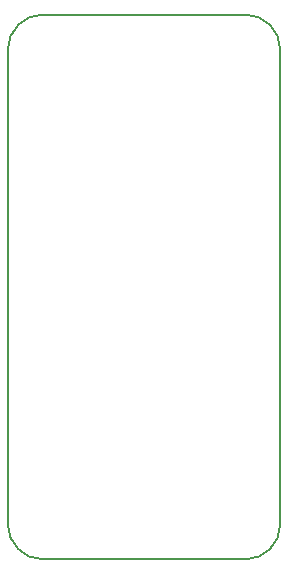
<source format=gm1>
%TF.GenerationSoftware,KiCad,Pcbnew,(6.0.0)*%
%TF.CreationDate,2022-03-13T20:34:54-04:00*%
%TF.ProjectId,JTAG_ISP-HDR,4a544147-5f49-4535-902d-4844522e6b69,v1.0.0*%
%TF.SameCoordinates,PX8924e3cPY3981160*%
%TF.FileFunction,Profile,NP*%
%FSLAX46Y46*%
G04 Gerber Fmt 4.6, Leading zero omitted, Abs format (unit mm)*
G04 Created by KiCad (PCBNEW (6.0.0)) date 2022-03-13 20:34:54*
%MOMM*%
%LPD*%
G01*
G04 APERTURE LIST*
%TA.AperFunction,Profile*%
%ADD10C,0.150000*%
%TD*%
G04 APERTURE END LIST*
D10*
X21093988Y-47152432D02*
G75*
G03*
X24093988Y-44152432I-1J3000001D01*
G01*
X4015990Y-47152432D02*
X21093988Y-47152432D01*
X24093988Y-44152432D02*
X24093988Y-4016012D01*
X4015990Y-1016012D02*
G75*
G03*
X1015990Y-4016012I1J-3000001D01*
G01*
X21093988Y-1016012D02*
X4015990Y-1016012D01*
X24093988Y-4016012D02*
G75*
G03*
X21093988Y-1016012I-3000001J-1D01*
G01*
X1015990Y-44152432D02*
G75*
G03*
X4015990Y-47152432I3000001J1D01*
G01*
X1015990Y-4016012D02*
X1015990Y-44152432D01*
M02*

</source>
